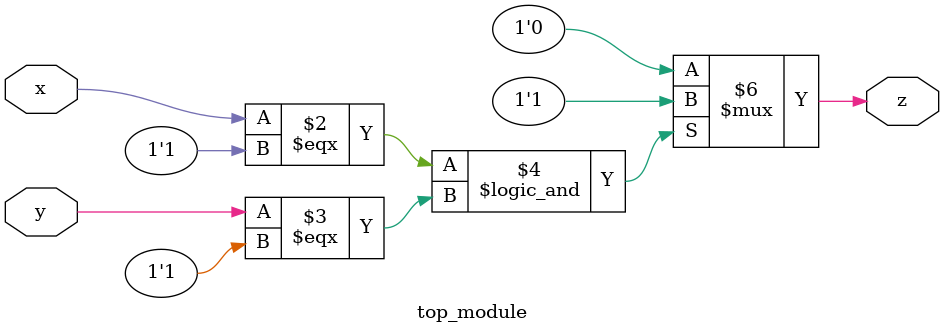
<source format=sv>
module top_module(
    input x,
    input y,
    output reg z);

    always @*
        if ((x === 1'b1) && (y === 1'b1))
            z = 1'b1;
        else
            z = 1'b0;
    
endmodule

</source>
